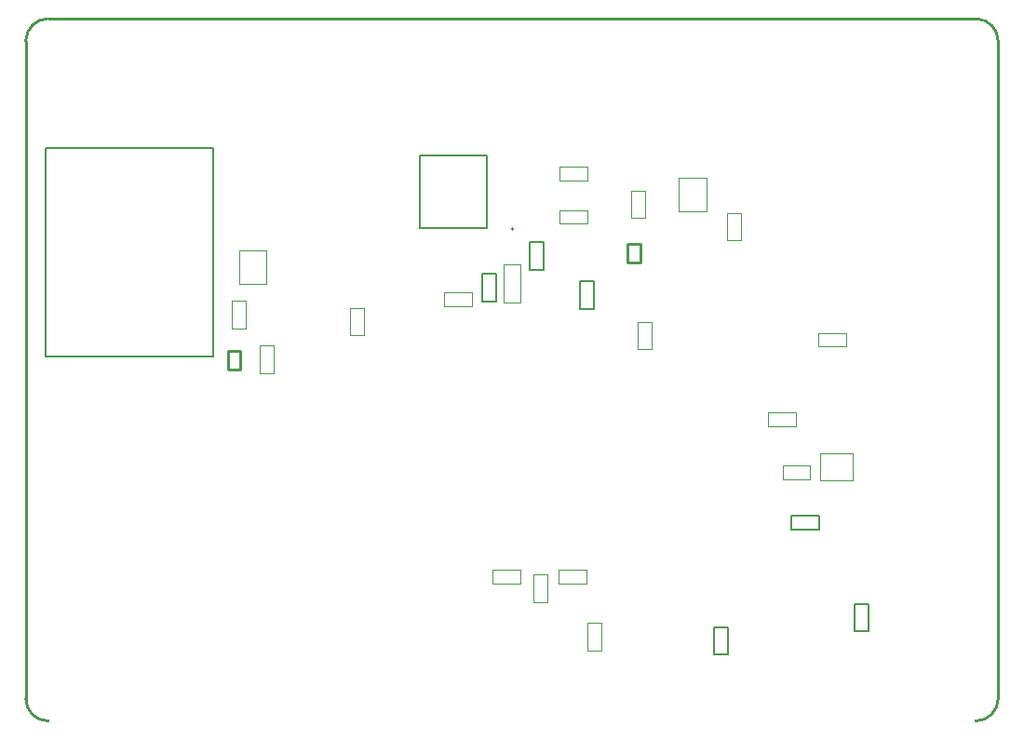
<source format=gm1>
G04*
G04 #@! TF.GenerationSoftware,Altium Limited,Altium Designer,24.5.2 (23)*
G04*
G04 Layer_Color=16711935*
%FSLAX24Y24*%
%MOIN*%
G70*
G04*
G04 #@! TF.SameCoordinates,4401697E-1760-462A-BA91-34E0085D76CE*
G04*
G04*
G04 #@! TF.FilePolarity,Positive*
G04*
G01*
G75*
%ADD11C,0.0079*%
%ADD12C,0.0025*%
%ADD13C,0.0050*%
%ADD14C,0.0100*%
%ADD16C,0.0039*%
%ADD101C,0.0010*%
D11*
X15590Y17618D02*
G03*
X15590Y17618I-39J0D01*
G01*
D12*
X15250Y14985D02*
X15850D01*
Y16362D01*
X15250D02*
X15850D01*
X15250Y14985D02*
Y16362D01*
D13*
X-1142Y20529D02*
X4842D01*
X-1142Y13049D02*
Y20529D01*
Y13049D02*
X4842D01*
Y20529D01*
X25556Y7346D02*
X26544D01*
Y6854D02*
Y7346D01*
X25556Y6854D02*
X26544D01*
X25556D02*
Y7346D01*
X25557Y6854D02*
X26544D01*
X25556Y6855D02*
X25557Y6854D01*
X25556Y6855D02*
Y7346D01*
X26544D01*
Y6854D02*
Y7346D01*
X12233Y17648D02*
X14635D01*
Y20247D01*
X12233D02*
X14635D01*
X12233Y17648D02*
Y20247D01*
X14469Y15020D02*
X14961D01*
Y16007D01*
X14470D02*
X14961D01*
X14469Y16006D02*
X14470Y16007D01*
X14469Y15020D02*
Y16006D01*
Y16007D02*
X14961D01*
X14469Y15020D02*
Y16007D01*
Y15020D02*
X14961D01*
Y16007D01*
X17976Y15741D02*
X18468D01*
X17976Y14754D02*
Y15741D01*
Y14754D02*
X18467D01*
X18468Y14755D01*
Y15741D01*
X17976Y14754D02*
X18468D01*
Y15741D01*
X17976D02*
X18468D01*
X17976Y14754D02*
Y15741D01*
X16189Y17144D02*
X16681D01*
X16189Y16156D02*
Y17144D01*
Y16156D02*
X16680D01*
X16681Y16157D01*
Y17144D01*
X16189Y16156D02*
X16681D01*
Y17144D01*
X16189D02*
X16681D01*
X16189Y16156D02*
Y17144D01*
X22768Y2379D02*
X23260D01*
Y3366D01*
X22769D02*
X23260D01*
X22768Y3365D02*
X22769Y3366D01*
X22768Y2379D02*
Y3365D01*
Y3366D02*
X23260D01*
X22768Y2379D02*
Y3366D01*
Y2379D02*
X23260D01*
Y3366D01*
X27804Y4194D02*
X28296D01*
X27804Y3206D02*
Y4194D01*
Y3206D02*
X28295D01*
X28296Y3207D01*
Y4194D01*
X27804Y3206D02*
X28296D01*
Y4194D01*
X27804D02*
X28296D01*
X27804Y3206D02*
Y4194D01*
D14*
X32950Y24350D02*
G03*
X32151Y25149I-799J0D01*
G01*
X-1069Y25150D02*
G03*
X-1868Y24351I0J-799D01*
G01*
X-1868Y799D02*
G03*
X-1069Y0I799J0D01*
G01*
X32151Y1D02*
G03*
X32950Y800I0J799D01*
G01*
X-1069Y25150D02*
X32150Y25150D01*
X-1868Y799D02*
X-1868Y24351D01*
X32950Y800D02*
X32950Y24350D01*
X5367Y13241D02*
X5820D01*
X5367Y12592D02*
Y13241D01*
Y12592D02*
X5820D01*
Y13241D01*
X20140Y16435D02*
Y17085D01*
X19688Y16435D02*
X20140D01*
X19688D02*
Y17085D01*
X20140D01*
D16*
X27741Y8604D02*
Y9588D01*
X26559Y8604D02*
Y9588D01*
X27741D01*
X26559Y8604D02*
X27741D01*
X6746Y15659D02*
Y16841D01*
X5762Y15659D02*
Y16841D01*
Y15659D02*
X6746D01*
X5762Y16841D02*
X6746D01*
X21512Y19441D02*
X22496D01*
X21512Y18259D02*
X22496D01*
X21512D02*
Y19441D01*
X22496Y18259D02*
Y19441D01*
D101*
X25234Y8653D02*
Y9145D01*
Y8653D02*
X26221D01*
Y9145D01*
X25234D02*
X26221D01*
X26221Y8653D02*
Y9145D01*
X25234D02*
X26221D01*
X25234Y8653D02*
Y9145D01*
Y8653D02*
X26221D01*
X18253Y2534D02*
Y3521D01*
X18745D01*
Y2534D02*
Y3521D01*
X18253Y2534D02*
X18745D01*
Y2534D02*
Y3521D01*
X18253Y2534D02*
X18745D01*
X18253D02*
Y3521D01*
X18745D01*
X6505Y12456D02*
X6997D01*
Y13444D01*
X6505D02*
X6997D01*
X6505Y12456D02*
Y13444D01*
Y13444D02*
X6997D01*
X6505Y12456D02*
Y13444D01*
Y12456D02*
X6997D01*
Y13444D01*
X10247Y13806D02*
Y14794D01*
X9755Y13806D02*
X10247D01*
X9755D02*
Y14794D01*
X10247D01*
X9755Y13806D02*
Y14794D01*
X10247D01*
Y13806D02*
Y14794D01*
X9755Y13806D02*
X10247D01*
X5503Y14056D02*
Y15044D01*
X5995D01*
Y14056D02*
Y15044D01*
X5503Y14056D02*
X5995D01*
Y14056D02*
Y15044D01*
X5503Y14056D02*
X5995D01*
X5503D02*
Y15044D01*
X5995D01*
X23255Y17206D02*
X23747D01*
Y18194D01*
X23255D02*
X23747D01*
X23255Y17206D02*
Y18194D01*
Y18194D02*
X23747D01*
X23255Y17206D02*
Y18194D01*
Y17206D02*
X23747D01*
Y18194D01*
X25694Y10555D02*
Y11047D01*
X24706D02*
X25694D01*
X24706Y10555D02*
Y11047D01*
Y10555D02*
X25694D01*
X24706D02*
Y11047D01*
Y10555D02*
X25694D01*
Y11047D01*
X24706D02*
X25694D01*
X18229Y17805D02*
Y18297D01*
X17241D02*
X18229D01*
X17241Y17805D02*
Y18297D01*
Y17805D02*
X18229D01*
X17241D02*
Y18297D01*
Y17805D02*
X18229D01*
Y18297D01*
X17241D02*
X18229D01*
X18229Y19355D02*
Y19847D01*
X17241D02*
X18229D01*
X17241Y19355D02*
Y19847D01*
Y19355D02*
X18229D01*
X17241D02*
Y19847D01*
Y19355D02*
X18229D01*
Y19847D01*
X17241D02*
X18229D01*
X14094Y14855D02*
Y15347D01*
X13106D02*
X14094D01*
X13106Y14855D02*
Y15347D01*
Y14855D02*
X14094D01*
X13106D02*
Y15347D01*
Y14855D02*
X14094D01*
Y15347D01*
X13106D02*
X14094D01*
X19823Y18994D02*
X20315D01*
X19823Y18006D02*
Y18994D01*
Y18006D02*
X20315D01*
Y18994D01*
X19823Y18006D02*
X20315D01*
Y18994D01*
X19823D02*
X20315D01*
X19823Y18006D02*
Y18994D01*
X26506Y13403D02*
Y13895D01*
Y13403D02*
X27494D01*
Y13895D01*
X26506D02*
X27494D01*
X27494Y13403D02*
Y13895D01*
X26506D02*
X27494D01*
X26506Y13403D02*
Y13895D01*
Y13403D02*
X27494D01*
X20055Y13306D02*
X20547D01*
Y14294D01*
X20055D02*
X20547D01*
X20055Y13306D02*
Y14294D01*
Y14294D02*
X20547D01*
X20055Y13306D02*
Y14294D01*
Y13306D02*
X20547D01*
Y14294D01*
X14856Y4916D02*
Y5408D01*
Y4916D02*
X15844D01*
Y5408D01*
X14856D02*
X15844D01*
X15844Y4916D02*
Y5408D01*
X14856D02*
X15844D01*
X14856Y4916D02*
Y5408D01*
Y4916D02*
X15844D01*
X17206D02*
Y5408D01*
Y4916D02*
X18194D01*
Y5408D01*
X17206D02*
X18194D01*
X18194Y4916D02*
Y5408D01*
X17206D02*
X18194D01*
X17206Y4916D02*
Y5408D01*
Y4916D02*
X18194D01*
X16303Y5244D02*
X16795D01*
X16303Y4256D02*
Y5244D01*
Y4256D02*
X16795D01*
Y5244D01*
X16303Y4256D02*
X16795D01*
Y5244D01*
X16303D02*
X16795D01*
X16303Y4256D02*
Y5244D01*
M02*

</source>
